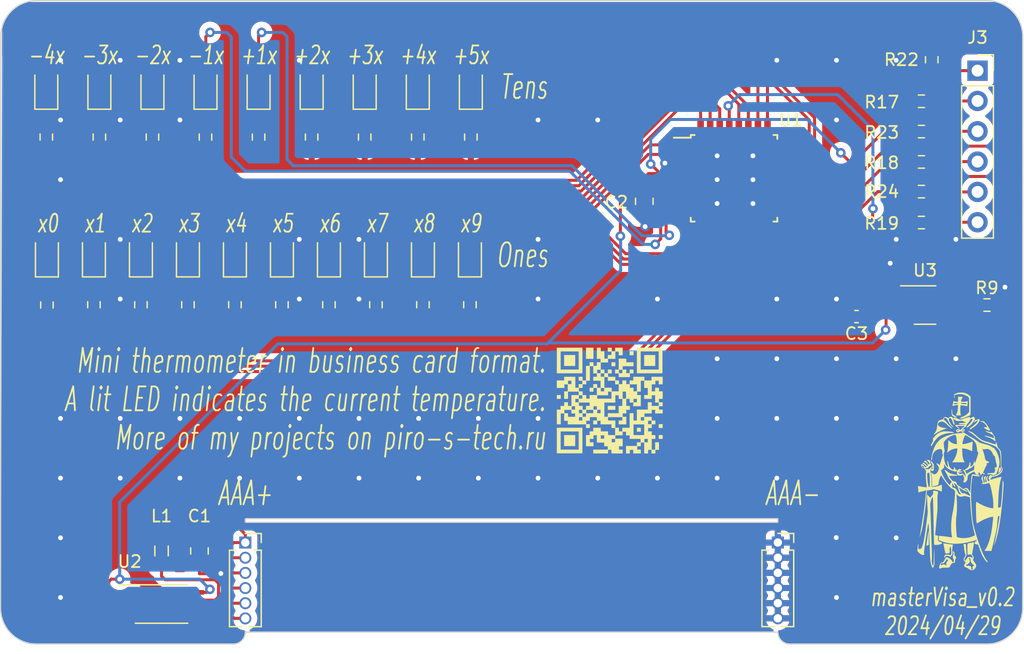
<source format=kicad_pcb>
(kicad_pcb (version 20240108) (generator "pcbnew") (generator_version "8.0")
  (title_block (title "masterVisa") (date "2024-04-29") (rev "v0.2") (company "piro.tex"))
  (layers (0 "F.Cu" signal) (31 "B.Cu" signal) (34 "B.Paste" user) (35 "F.Paste" user) (36 "B.SilkS" user "B.Silkscreen") (37 "F.SilkS" user "F.Silkscreen") (38 "B.Mask" user) (39 "F.Mask" user) (44 "Edge.Cuts" user))
  (net 0 "")
  (net 1 "Net-(C1-Pad1)")
  (net 2 "GND")
  (net 3 "+3V3")
  (net 4 "Net-(D1-Pad1)")
  (net 5 "/temp_-40")
  (net 6 "Net-(D2-Pad1)")
  (net 7 "/temp_0")
  (net 8 "Net-(D3-Pad1)")
  (net 9 "/temp_1")
  (net 10 "Net-(D4-Pad1)")
  (net 11 "/temp_-30")
  (net 12 "Net-(D5-Pad1)")
  (net 13 "/temp_2")
  (net 14 "Net-(D6-Pad1)")
  (net 15 "/temp_-20")
  (net 16 "Net-(D7-Pad1)")
  (net 17 "/temp_3")
  (net 18 "Net-(D8-Pad1)")
  (net 19 "/temp_-10")
  (net 20 "Net-(D9-Pad1)")
  (net 21 "/temp_4")
  (net 22 "Net-(D10-Pad1)")
  (net 23 "/temp_10")
  (net 24 "Net-(D11-Pad1)")
  (net 25 "/temp_5")
  (net 26 "Net-(D12-Pad1)")
  (net 27 "/temp_20")
  (net 28 "Net-(D13-Pad1)")
  (net 29 "/temp_6")
  (net 30 "Net-(D14-Pad1)")
  (net 31 "/temp_30")
  (net 32 "Net-(D15-Pad1)")
  (net 33 "/temp_7")
  (net 34 "Net-(D16-Pad1)")
  (net 35 "/temp_40")
  (net 36 "Net-(D17-Pad1)")
  (net 37 "/temp_8")
  (net 38 "Net-(D18-Pad1)")
  (net 39 "/temp_50")
  (net 40 "Net-(D19-Pad1)")
  (net 41 "/temp_9")
  (net 42 "Net-(J3-Pad1)")
  (net 43 "Net-(J3-Pad2)")
  (net 44 "Net-(J3-Pad3)")
  (net 45 "Net-(J3-Pad4)")
  (net 46 "Net-(J3-Pad5)")
  (net 47 "Net-(J3-Pad6)")
  (net 48 "Net-(L1-Pad2)")
  (net 49 "Net-(R9-Pad1)")
  (net 50 "/MISO")
  (net 51 "/RESET")
  (net 52 "/SCK")
  (net 53 "/MOSI")
  (footprint "Resistor_SMD:R_0603_1608Metric_Pad0.98x0.95mm_HandSolder" (layer "F.Cu") (at 112.6718 105.4762 -90)
    (property "Reference" "R7" (hide yes))
    (property "Value" "300")
  )
  (footprint "Resistor_SMD:R_0603_1608Metric_Pad0.98x0.95mm_HandSolder" (layer "F.Cu") (at 109.7 91.43 -90)
    (property "Reference" "R6" (hide yes))
    (property "Value" "300")
  )
  (footprint "LED_SMD:LED_0805_2012Metric_Pad1.15x1.40mm_HandSolder" (layer "F.Cu") (at 118.59 87.239 90)
    (property "Reference" "D10" (hide yes))
    (property "Value" "GREEN")
  )
  (footprint "LED_SMD:LED_0805_2012Metric_Pad1.15x1.40mm_HandSolder" (layer "F.Cu") (at 104.7978 101.2852 90)
    (property "Reference" "D3" (hide yes))
    (property "Value" "YEL")
  )
  (footprint "Inductor_SMD:L_0805_2012Metric_Pad1.05x1.20mm_HandSolder" (layer "F.Cu") (at 110.462 126.101 -90)
    (property "Reference" "L1")
    (property "Value" "10uH")
  )
  (footprint "Resistor_SMD:R_0603_1608Metric_Pad0.98x0.95mm_HandSolder" (layer "F.Cu") (at 179.6008 105.5016)
    (property "Reference" "R9")
    (property "Value" "0R")
  )
  (footprint "Resistor_SMD:R_0603_1608Metric_Pad0.98x0.95mm_HandSolder" (layer "F.Cu") (at 120.5458 105.4762 -90)
    (property "Reference" "R12" (hide yes))
    (property "Value" "300")
  )
  (footprint "Resistor_SMD:R_0603_1608Metric_Pad0.98x0.95mm_HandSolder" (layer "F.Cu") (at 136.2938 105.4762 -90)
    (property "Reference" "R26" (hide yes))
    (property "Value" "300")
  )
  (footprint "LED_SMD:LED_0805_2012Metric_Pad1.15x1.40mm_HandSolder" (layer "F.Cu") (at 116.6088 101.2852 90)
    (property "Reference" "D9" (hide yes))
    (property "Value" "YEL")
  )
  (footprint "Package_TO_SOT_SMD:SOT-23-6_Handsoldering" (layer "F.Cu") (at 174.4192 105.5016)
    (property "Reference" "U3")
    (property "Value" "ADT7301")
  )
  (footprint "LED_SMD:LED_0805_2012Metric_Pad1.15x1.40mm_HandSolder" (layer "F.Cu") (at 105.255 87.239 90)
    (property "Reference" "D4" (hide yes))
    (property "Value" "BLUE")
  )
  (footprint "LOGO" (layer "F.Cu") (at 177.391 120.259)
    (property "Reference" "G***" (hide yes))
    (property "Value" "LOGO" (hide yes))
  )
  (footprint "Connector_PinSocket_1.27mm:PinSocket_1x06_P1.27mm_Vertical" (layer "F.Cu") (at 117.48 125.4)
    (property "Reference" "J1" (hide yes))
    (property "Value" "AAA+")
  )
  (footprint "Resistor_SMD:R_0603_1608Metric_Pad0.98x0.95mm_HandSolder" (layer "F.Cu") (at 100.81 91.43 -90)
    (property "Reference" "R1" (hide yes))
    (property "Value" "300")
  )
  (footprint "Resistor_SMD:R_0603_1608Metric_Pad0.98x0.95mm_HandSolder" (layer "F.Cu") (at 131.925 91.43 -90)
    (property "Reference" "R20" (hide yes))
    (property "Value" "300")
  )
  (footprint "Capacitor_SMD:C_0603_1608Metric_Pad1.08x0.95mm_HandSolder" (layer "F.Cu") (at 168.6788 106.4668 180)
    (property "Reference" "C3")
    (property "Value" "100n")
  )
  (footprint "Resistor_SMD:R_0603_1608Metric_Pad0.98x0.95mm_HandSolder" (layer "F.Cu") (at 105.255 91.43 -90)
    (property "Reference" "R4" (hide yes))
    (property "Value" "300")
  )
  (footprint "Resistor_SMD:R_0603_1608Metric_Pad0.98x0.95mm_HandSolder" (layer "F.Cu") (at 174.1144 93.5128)
    (property "Reference" "R18")
    (property "Value" "10R")
  )
  (footprint "LED_SMD:LED_0805_2012Metric_Pad1.15x1.40mm_HandSolder" (layer "F.Cu") (at 131.925 87.239 90)
    (property "Reference" "D16" (hide yes))
    (property "Value" "RED")
  )
  (footprint "LED_SMD:LED_0805_2012Metric_Pad1.15x1.40mm_HandSolder" (layer "F.Cu") (at 108.7348 101.2852 90)
    (property "Reference" "D5" (hide yes))
    (property "Value" "YEL")
  )
  (footprint "Resistor_SMD:R_0603_1608Metric_Pad0.98x0.95mm_HandSolder" (layer "F.Cu") (at 124.4828 105.4762 -90)
    (property "Reference" "R14" (hide yes))
    (property "Value" "300")
  )
  (footprint "LED_SMD:LED_0805_2012Metric_Pad1.15x1.40mm_HandSolder" (layer "F.Cu") (at 100.8608 101.2852 90)
    (property "Reference" "D2" (hide yes))
    (property "Value" "YEL")
  )
  (footprint "LED_SMD:LED_0805_2012Metric_Pad1.15x1.40mm_HandSolder" (layer "F.Cu") (at 127.48 87.239 90)
    (property "Reference" "D14" (hide yes))
    (property "Value" "RED")
  )
  (footprint "LED_SMD:LED_0805_2012Metric_Pad1.15x1.40mm_HandSolder" (layer "F.Cu") (at 114.145 87.239 90)
    (property "Reference" "D8" (hide yes))
    (property "Value" "BLUE")
  )
  (footprint "LED_SMD:LED_0805_2012Metric_Pad1.15x1.40mm_HandSolder" (layer "F.Cu") (at 136.37 87.239 90)
    (property "Reference" "D18" (hide yes))
    (property "Value" "RED")
  )
  (footprint "Connector_PinSocket_1.27mm:PinSocket_1x06_P1.27mm_Vertical" (layer "F.Cu") (at 162.085 125.395)
    (property "Reference" "J2" (hide yes))
    (property "Value" "AAA-")
  )
  (footprint "Capacitor_SMD:C_0805_2012Metric_Pad1.18x1.45mm_HandSolder" (layer "F.Cu") (at 113.637 126.101 -90)
    (property "Reference" "C1")
    (property "Value" "10uF")
  )
  (footprint "Package_SO:TSSOP-8_4.4x3mm_P0.65mm" (layer "F.Cu") (at 110.462 130.546)
    (property "Reference" "U2")
    (property "Value" "L6920")
  )
  (footprint "mine:qr_code" (layer "F.Cu") (at 148 113.5)
    (property "Reference" "G***" (hide yes))
    (property "Value" "LOGO" (hide yes))
  )
  (footprint "Resistor_SMD:R_0603_1608Metric_Pad0.98x0.95mm_HandSolder" (layer "F.Cu") (at 118.59 91.43 -90)
    (property "Reference" "R11" (hide yes))
    (property "Value" "300")
  )
  (footprint "Resistor_SMD:R_0603_1608Metric_Pad0.98x0.95mm_HandSolder" (layer "F.Cu") (at 104.7978 105.4762 -90)
    (property "Reference" "R3" (hide yes))
    (property "Value" "300")
  )
  (footprint "Resistor_SMD:R_0603_1608Metric_Pad0.98x0.95mm_HandSolder" (layer "F.Cu") (at 108.7348 105.4762 -90)
    (property "Reference" "R5" (hide yes))
    (property "Value" "300")
  )
  (footprint "Resistor_SMD:R_0603_1608Metric_Pad0.98x0.95mm_HandSolder" (layer "F.Cu") (at 174.1144 90.9728)
    (property "Reference" "R23")
    (property "Value" "1R8")
  )
  (footprint "LED_SMD:LED_0805_2012Metric_Pad1.15x1.40mm_HandSolder" (layer "F.Cu") (at 124.4828 101.2852 90)
    (property "Reference" "D13" (hide yes))
    (property "Value" "YEL")
  )
  (footprint "Resistor_SMD:R_0603_1608Metric_Pad0.98x0.95mm_HandSolder" (layer "F.Cu") (at 136.37 91.43 -90)
    (property "Reference" "R25" (hide yes))
    (property "Value" "300")
  )
  (footprint "LED_SMD:LED_0805_2012Metric_Pad1.15x1.40mm_HandSolder" (layer "F.Cu") (at 112.6718 101.2852 90)
    (property "Reference" "D7" (hide yes))
    (property "Value" "YEL")
  )
  (footprint "Connector_PinSocket_2.54mm:PinSocket_1x06_P2.54mm_Vertical" (layer "F.Cu") (at 178.813 85.867)
    (property "Reference" "J3")
    (property "Value" "USBAsp")
  )
  (footprint "Resistor_SMD:R_0603_1608Metric_Pad0.98x0.95mm_HandSolder" (layer "F.Cu") (at 100.8608 105.4997 -90)
    (property "Reference" "R2" (hide yes))
    (property "Value" "300")
  )
  (footprint "Resistor_SMD:R_0603_1608Metric_Pad0.98x0.95mm_HandSolder" (layer "F.Cu") (at 174.1144 98.5928)
    (property "Reference" "R19")
    (property "Value" "10R")
  )
  (footprint "LED_SMD:LED_0805_2012Metric_Pad1.15x1.40mm_HandSolder" (layer "F.Cu") (at 120.5458 101.2852 90)
    (property "Reference" "D11" (hide yes))
    (property "Value" "YEL")
  )
  (footprint "Resistor_SMD:R_0603_1608Metric_Pad0.98x0.95mm_HandSolder" (layer "F.Cu") (at 132.3568 105.4762 -90)
    (property "Reference" "R21" (hide yes))
    (property "Value" "300")
  )
  (footprint "Resistor_SMD:R_0603_1608Metric_Pad0.98x0.95mm_HandSolder" (layer "F.Cu") (at 116.6088 105.4762 -90)
    (property "Reference" "R10" (hide yes))
    (property "Value" "300")
  )
  (footprint "LED_SMD:LED_0805_2012Metric_Pad1.15x1.40mm_HandSolder" (layer "F.Cu") (at 136.2938 101.2852 90)
    (property "Reference" "D19" (hide yes))
    (property "Value" "YEL")
  )
  (footprint "Resistor_SMD:R_0603_1608Metric_Pad0.98x0.95mm_HandSolder" (layer "F.Cu") (at 174.1144 96.002)
    (property "Reference" "R24")
    (property "Value" "10R")
  )
  (footprint "Resistor_SMD:R_0603_1608Metric_Pad0.98x0.95mm_HandSolder" (layer "F.Cu") (at 174.978 84.953 -90)
    (property "Reference" "R22")
    (property "Value" "1R8")
  )
  (footprint "LED_SMD:LED_0805_2012Metric_Pad1.15x1.40mm_HandSolder" (layer "F.Cu") (at 128.4198 101.2852 90)
    (property "Reference" "D15" (hide yes))
    (property "Value" "YEL")
  )
  (footprint "Resistor_SMD:R_0603_1608Metric_Pad0.98x0.95mm_HandSolder" (layer "F.Cu") (at 123.035 91.43 -90)
    (property "Reference" "R13" (hide yes))
    (property "Value" "300")
  )
  (footprint "LED_SMD:LED_0805_2012Metric_Pad1.15x1.40mm_HandSolder" (layer "F.Cu") (at 100.81 87.239 90)
    (property "Reference" "D1" (hide yes))
    (property "Value" "BLUE")
  )
  (footprint "LED_SMD:LED_0805_2012Metric_Pad1.15x1.40mm_HandSolder" (layer "F.Cu") (at 109.7 87.239 90)
    (property "Reference" "D6" (hide yes))
    (property "Value" "BLUE")
  )
  (footprint "LED_SMD:LED_0805_2012Metric_Pad1.15x1.40mm_HandSolder" (layer "F.Cu") (at 123.035 87.239 90)
    (property "Reference" "D12" (hide yes))
    (property "Value" "GREEN")
  )
  (footprint "Resistor_SMD:R_0603_1608Metric_Pad0.98x0.95mm_HandSolder" (layer "F.Cu") (at 114.145 91.43 -90)
    (property "Reference" "R8" (hide yes))
    (property "Value" "300")
  )
  (footprint "LED_SMD:LED_0805_2012Metric_Pad1.15x1.40mm_HandSolder" (layer "F.Cu") (at 132.3568 101.2852 90)
    (property "Reference" "D17" (hide yes))
    (property "Value" "YEL")
  )
  (footprint "Resistor_SMD:R_0603_1608Metric_Pad0.98x0.95mm_HandSolder" (layer "F.Cu") (at 174.1144 88.4328)
    (property "Reference" "R17")
    (property "Value" "10R")
  )
  (footprint "Resistor_SMD:R_0603_1608Metric_Pad0.98x0.95mm_HandSolder" (layer "F.Cu") (at 127.48 91.43 -90)
    (property "Reference" "R15" (hide yes))
    (property "Value" "300")
  )
  (footprint "Resistor_SMD:R_0603_1608Metric_Pad0.98x0.95mm_HandSolder" (layer "F.Cu") (at 128.4198 105.4762 -90)
    (property "Reference" "R16" (hide yes))
    (property "Value" "300")
  )
  (footprint "Capacitor_SMD:C_0805_2012Metric_Pad1.18x1.45mm_HandSolder" (layer "F.Cu") (at 150.8988 96.8148 -90)
    (property "Reference" "C2")
    (property "Value" "10uF")
  )
  (footprint "Package_QFP:TQFP-32_7x7mm_P0.8mm" (layer "F.Cu") (at 158.4172 94.8844)
    (property "Reference" "U1")
    (property "Value" "ATmega48-20A")
  )
  (gr_line (start 99.98 133.9) (end 116.48 133.9) (stroke (width 0.1)) (layer "Edge.Cuts"))
  (gr_line (start 96.98 130.9) (end 97 83) (stroke (width 0.1)) (layer "Edge.Cuts"))
  (gr_arc (start 163.09 133.9) (mid 162.382893 133.607107) (end 162.09 132.9) (stroke (width 0.1)) (layer "Edge.Cuts"))
  (gr_line (start 117.48 132.9) (end 162.09 132.9) (stroke (width 0.1)) (layer "Edge.Cuts"))
  (gr_rect (start 117.48 123.4) (end 162.08 123.7) (stroke (width 0.1)) (fill none) (layer "Edge.Cuts"))
  (gr_line (start 163.09 133.9) (end 179.59 133.9) (stroke (width 0.1)) (layer "Edge.Cuts"))
  (gr_line (start 100 80) (end 179.6 80) (stroke (width 0.1)) (layer "Edge.Cuts"))
  (gr_arc (start 117.48 132.9) (mid 117.187107 133.607107) (end 116.48 133.9) (stroke (width 0.1)) (layer "Edge.Cuts"))
  (gr_arc (start 97 83) (mid 97.87868 80.87868) (end 100 80) (stroke (width 0.1)) (layer "Edge.Cuts"))
  (gr_arc (start 179.6 80) (mid 181.72132 80.87868) (end 182.6 83) (stroke (width 0.1)) (layer "Edge.Cuts"))
  (gr_arc (start 182.59 130.9) (mid 181.71132 133.02132) (end 179.59 133.9) (stroke (width 0.1)) (layer "Edge.Cuts"))
  (gr_arc (start 99.98 133.9) (mid 97.85868 133.02132) (end 96.98 130.9) (stroke (width 0.1)) (layer "Edge.Cuts"))
  (gr_line (start 182.6 83) (end 182.59 130.9) (stroke (width 0.1)) (layer "Edge.Cuts"))
  (gr_text "Tens" (at 140.815 87.239 0) (layer "F.SilkS") (effects (font (size 2 1.2) (thickness 0.15) (italic yes))))
  (gr_text "x8" (at 132.433 98.669 0) (layer "F.SilkS") (effects (font (size 1.5 1) (thickness 0.15) (italic yes))))
  (gr_text "x0" (at 100.937 98.669 0) (layer "F.SilkS") (effects (font (size 1.5 1) (thickness 0.15) (italic yes))))
  (gr_text "-2x" (at 109.7 84.572 0) (layer "F.SilkS") (effects (font (size 1.5 1) (thickness 0.15) (italic yes))))
  (gr_text "-3x" (at 105.255 84.572 0) (layer "F.SilkS") (effects (font (size 1.5 1) (thickness 0.15) (italic yes))))
  (gr_text "AAA+" (at 117.447 121.275 0) (layer "F.SilkS") (effects (font (size 2 1.2) (thickness 0.15) (italic yes))))
  (gr_text "x7" (at 128.496 98.669 0) (layer "F.SilkS") (effects (font (size 1.5 1) (thickness 0.15) (italic yes))))
  (gr_text "AAA-" (at 163.294 121.275 0) (layer "F.SilkS") (effects (font (size 2 1.2) (thickness 0.15) (italic yes))))
  (gr_text "+1x" (at 118.59 84.572 0) (layer "F.SilkS") (effects (font (size 1.5 1) (thickness 0.15) (italic yes))))
  (gr_text "x6" (at 124.559 98.669 0) (layer "F.SilkS") (effects (font (size 1.5 1) (thickness 0.15) (italic yes))))
  (gr_text "+2x" (at 123.035 84.572 0) (layer "F.SilkS") (effects (font (size 1.5 1) (thickness 0.15) (italic yes))))
  (gr_text "-1x" (at 114.145 84.572 0) (layer "F.SilkS") (effects (font (size 1.5 1) (thickness 0.15) (italic yes))))
  (gr_text "x4" (at 116.685 98.669 0) (layer "F.SilkS") (effects (font (size 1.5 1) (thickness 0.15) (italic yes))))
  (gr_text "+3x" (at 127.48 84.572 0) (layer "F.SilkS") (effects (font (size 1.5 1) (thickness 0.15) (italic yes))))
  (gr_text "x9" (at 136.37 98.669 0) (layer "F.SilkS") (effects (font (size 1.5 1) (thickness 0.15) (italic yes))))
  (gr_text "x2" (at 108.811 98.669 0) (layer "F.SilkS") (effects (font (size 1.5 1) (thickness 0.15) (italic yes))))
  (gr_text "masterVisa_v0.2\n2024/04/29" (at 175.867 131.181 0) (layer "F.SilkS") (effects (font (size 1.5 1) (thickness 0.15) (italic yes))))
  (gr_text "+4x" (at 131.925 84.572 0) (layer "F.SilkS") (effects (font (size 1.5 1) (thickness 0.15) (italic yes))))
  (gr_text "x3" (at 112.748 98.669 0) (layer "F.SilkS") (effects (font (size 1.5 1) (thickness 0.15) (italic yes))))
  (gr_text "x1" (at 104.874 98.669 0) (layer "F.SilkS") (effects (font (size 1.5 1) (thickness 0.15) (italic yes))))
  (gr_text "Ones" (at 140.688 101.336 0) (layer "F.SilkS") (effects (font (size 2 1.2) (thickness 0.15) (italic yes))))
  (gr_text "+5x" (at 136.37 84.572 0) (layer "F.SilkS") (effects (font (size 1.5 1) (thickness 0.15) (italic yes))))
  (gr_text "-4x" (at 100.81 84.572 0) (layer "F.SilkS") (effects (font (size 1.5 1) (thickness 0.15) (italic yes))))
  (gr_text "Mini thermometer in business card format.\nA lit LED indicates the current temperature.\nMore of my projects on piro-s-tech.ru" (at 142.75 113.401 0) (layer "F.SilkS") (effects (font (size 2 1.2) (thickness 0.15) (italic yes)) (justify right)))
  (gr_text "x5" (at 120.622 98.669 0) (layer "F.SilkS") (effects (font (size 1.5 1) (thickness 0.15) (italic yes))))
  (segment (start 110.97 123.5864) (end 110.462 124.0944) (width 0.25) (layer "F.Cu") (net 1))
  (segment (start 113.8656 123.5864) (end 113.8656 124.8349) (width 0.25) (layer "F.Cu") (net 1))
  (segment (start 116.37 126.67) (end 116.3548 126.6852) (width 0.25) (layer "F.Cu") (net 1))
  (segment (start 116.3548 130.546) (end 116.3548 131.562) (width 0.25) (layer "F.Cu") (net 1))
  (segment (start 116.3548 123.5864) (end 113.8656 123.5864) (width 0.25) (layer "F.Cu") (net 1))
  (segment (start 116.492 127.94) (end 116.3548 127.8028) (width 0.25) (layer "F.Cu") (net 1))
  (segment (start 113.8656 124.8349) (end 113.637 125.0635) (width 0.25) (layer "F.Cu") (net 1))
  (segment (start 117.48 125.4) (end 117.48 124.7116) (width 0.25) (layer "F.Cu") (net 1))
  (segment (start 116.37 129.21) (end 116.3548 129.2252) (width 0.25) (layer "F.Cu") (net 1))
  (segment (start 117.48 125.4) (end 116.5224 125.4) (width 0.25) (layer "F.Cu") (net 1))
  (segment (start 117.48 129.21) (end 116.37 129.21) (width 0.25) (layer "F.Cu") (net 1))
  (segment (start 116.3548 125.5676) (end 116.3548 126.6852) (width 0.25) (layer "F.Cu") (net 1))
  (segment (start 117.48 126.67) (end 116.37 126.67) (width 0.25) (layer "F.Cu") (net 1))
  (segment (start 116.5224 125.4) (end 116.3548 125.5676) (width 0.25) (layer "F.Cu") (net 1))
  (segment (start 117.48 124.7116) (end 116.3548 123.5864) (width 0.25) (layer "F.Cu") (net 1))
  (segment (start 116.4208 130.48) (end 116.3548 130.546) (width 0.25) (layer "F.Cu") (net 1))
  (segment (start 117.48 127.94) (end 116.492 127.94) (width 0.25) (layer "F.Cu") (net 1))
  (segment (start 116.3548 129.2252) (end 116.3548 130.546) (width 0.25) (layer "F.Cu") (net 1))
  (segment (start 113.8656 123.5864) (end 110.97 123.5864) (width 0.25) (layer "F.Cu") (net 1))
  (segment (start 110.462 124.0944) (end 110.462 124.951) (width 0.25) (layer "F.Cu") (net 1))
  (segment (start 116.3548 126.6852) (end 116.3548 127.8028) (width 0.25) (layer "F.Cu") (net 1))
  (segment (start 116.3548 127.8028) (end 116.3548 129.2252) (width 0.25) (layer "F.Cu") (net 1))
  (segment (start 116.5428 131.75) (end 117.48 131.75) (width 0.25) (layer "F.Cu") (net 1))
  (segment (start 117.48 130.48) (end 116.4208 130.48) (width 0.25) (layer "F.Cu") (net 1))
  (segment (start 116.3548 131.562) (end 116.5428 131.75) (width 0.25) (layer "F.Cu") (net 1))
  (segment (start 108.7348 107.2542) (end 108.684 107.305) (width 0.25) (layer "F.Cu") (net 2))
  (segment (start 132.306 107.432) (end 132.3568 107.3812) (width 0.25) (layer "F.Cu") (net 2))
  (segment (start 162.6672 94.4844) (end 164.1766 94.4844) (width 0.25) (layer "F.Cu") (net 2))
  (segment (start 104.7978 106.9748) (end 104.874 107.051) (width 0.25) (layer "F.Cu") (net 2))
  (segment (start 154.1672 95.2844) (end 156.7156 95.2844) (width 0.25) (layer "F.Cu") (net 2))
  (segment (start 136.2938 106.3887) (end 136.2938 107.3812) (width 0.25) (layer "F.Cu") (net 2))
  (segment (start 114.851 130.871) (end 114.907 130.927) (width 0.25) (layer "F.Cu") (net 2))
  (segment (start 127.48 92.3425) (end 127.48 92.954) (width 0.25) (layer "F.Cu") (net 2))
  (segment (start 181.1115 105.3625) (end 181.1115 104.003) (width 0.25) (layer "F.Cu") (net 2))
  (segment (start 114.145 92.3425) (end 114.145 93.081) (width 0.25) (layer "F.Cu") (net 2))
  (segment (start 150.8988 97.8523) (end 150.8988 98.862884) (width 0.25) (layer "F.Cu") (net 2))
  (segment (start 109.7 92.3425) (end 109.7 92.954) (width 0.25) (layer "F.Cu") (net 2))
  (segment (start 100.81 92.3425) (end 100.81 92.954) (width 0.25) (layer "F.Cu") (net 2))
  (segment (start 128.4198 107.3812) (end 128.369 107.432) (width 0.25) (layer "F.Cu") (net 2))
  (segment (start 156.7156 95.2844) (end 157 95) (width 0.25) (layer "F.Cu") (net 2))
  (segment (start 124.4828 107.2288) (end 124.559 107.305) (width 0.25) (layer "F.Cu") (net 2))
  (segment (start 116.6088 106.3887) (end 116.6088 107.1018) (width 0.25) (layer "F.Cu") (net 2))
  (segment (start 136.37 92.3425) (end 136.37 93.208) (width 0.25) (layer "F.Cu") (net 2))
  (segment (start 115.414136 128.006) (end 115.431399 127.988737) (width 0.25) (layer "F.Cu") (net 2))
  (segment (start 104.7978 106.3887) (end 104.7978 106.9748) (width 0.25) (layer "F.Cu") (net 2))
  (segment (start 136.2938 107.3812) (end 136.243 107.432) (width 0.25) (layer "F.Cu") (net 2))
  (segment (start 108.7348 106.3887) (end 108.7348 107.2542) (width 0.25) (layer "F.Cu") (net 2))
  (segment (start 167.8163 106.4668) (end 166.9262 106.4668) (width 0.25) (layer "F.Cu") (net 2))
  (segment (start 180.5133 105.5016) (end 180.9216 105.5016) (width 0.25) (layer "F.Cu") (net 2))
  (segment (start 152.696 93.6844) (end 152.626 93.6144) (width 0.25) (layer "F.Cu") (net 2))
  (segment (start 180.9216 105.5016) (end 180.947 105.527) (width 0.25) (layer "F.Cu") (net 2))
  (segment (start 164.183 94.478) (end 164.1766 94.4844) (width 0.25) (layer "F.Cu") (net 2))
  (segment (start 154.1672 93.6844) (end 152.696 93.6844) (width 0.25) (layer "F.Cu") (net 2))
  (segment (start 131.925 92.3425) (end 131.925 93.208) (width 0.25) (layer "F.Cu") (net 2))
  (segment (start 124.4828 106.3887) (end 124.4828 107.2288) (width 0.25) (layer "F.Cu") (net 2))
  (segment (start 180.947 105.527) (end 181.1115 105.3625) (width 0.25) (layer "F.Cu") (net 2))
  (segment (start 105.255 92.3425) (end 105.255 93.081) (width 0.25) (layer "F.Cu") (net 2))
  (segment (start 113.637 128.006) (end 115.414136 128.006) (width 0.25) (layer "F.Cu") (net 2))
  (segment (start 128.4198 106.3887) (end 128.4198 107.3812) (width 0.25) (layer "F.Cu") (net 2))
  (segment (start 100.8608 107.1272) (end 100.81 107.178) (width 0.25) (layer "F.Cu") (net 2))
  (segment (start 123.035 92.3425) (end 123.035 93.081) (width 0.25) (layer "F.Cu") (net 2))
  (segment (start 113.3245 130.871) (end 114.851 130.871) (width 0.25) (layer "F.Cu") (net 2))
  (segment (start 120.5458 107.1018) (end 120.622 107.178) (width 0.25) (layer "F.Cu") (net 2))
  (segment (start 116.6088 107.1018) (end 116.685 107.178) (width 0.25) (layer "F.Cu") (net 2))
  (segment (start 132.3568 106.3887) (end 132.3568 107.3812) (width 0.25) (layer "F.Cu") (net 2))
  (segment (start 118.59 92.3425) (end 118.59 92.954) (width 0.25) (layer "F.Cu") (net 2))
  (segment (start 166.9262 106.4668) (end 166.85 106.543) (width 0.25) (layer "F.Cu") (net 2))
  (segment (start 171.5 102) (end 172.5 102) (width 0.25) (layer "F.Cu") (net 2))
  (segment (start 173.0692 102.5692) (end 173.0692 104.5516) (width 0.25) (layer "F.Cu") (net 2))
  (segment (start 112.6718 107.1018) (end 112.748 107.178) (width 0.25) (layer "F.Cu") (net 2))
  (segment (start 150.8988 98.862884) (end 150.966958 98.931042) (width 0.25) (layer "F.Cu") (net 2))
  (segment (start 100.8608 106.4122) (end 100.8608 107.1272) (width 0.25) (layer "F.Cu") (net 2))
  (segment (start 112.6718 106.3887) (end 112.6718 107.1018) (width 0.25) (layer "F.Cu") (net 2))
  (segment (start 113.637 127.1385) (end 113.637 128.006) (width 0.25) (layer "F.Cu") (net 2))
  (segment (start 120.5458 106.3887) (end 120.5458 107.1018) (width 0.25) (layer "F.Cu") (net 2))
  (segment (start 172.5 102) (end 173.0692 102.5692) (width 0.25) (layer "F.Cu") (net 2))
  (via (at 167 90) (size 0.8) (drill 0.4) (layers "F.Cu" "B.Cu") (net 2))
  (via (at 132 120) (size 0.8) (drill 0.4) (layers "F.Cu" "B.Cu") (net 2))
  (via (at 137 120) (size 0.8) (drill 0.4) (layers "F.Cu" "B.Cu") (net 2))
  (via (at 167 115) (size 0.8) (drill 0.4) (layers "F.Cu" "B.Cu") (net 2))
  (via (at 167 105) (size 0.8) (drill 0.4) (layers "F.Cu" "B.Cu") (net 2))
  (via (at 152.626 93.6144) (size 0.8) (drill 0.4) (layers "F.Cu" "B.Cu") (net 2))
  (via (at 167 130) (size 0.8) (drill 0.4) (layers "F.Cu" "B.Cu") (net 2))
  (via (at 157 93) (size 0.8) (drill 0.4) (layers "F.Cu" "B.Cu") (net 2))
  (via (at 142 120) (size 0.8) (drill 0.4) (layers "F.Cu" "B.Cu") (net 2))
  (via (at 107 115) (size 0.8) (drill 0.4) (layers "F.Cu" "B.Cu") (net 2))
  (via (at 102 95) (size 0.8) (drill 0.4) (layers "F.Cu" "B.Cu") (net 2))
  (via (at 102 130) (size 0.8) (drill 0.4) (layers "F.Cu" "B.Cu") (net 2))
  (via (at 172 100) (size 0.8) (drill 0.4) (layers "F.Cu" "B.Cu") (net 2))
  (via (at 122 85) (size 0.8) (drill 0.4) (layers "F.Cu" "B.Cu") (net 2))
  (via (at 102 90) (size 0.8) (drill 0.4) (layers "F.Cu" "B.Cu") (net 2))
  (via (at 142 100) (size 0.8) (drill 0.4) (layers "F.Cu" "B.Cu") (net 2))
  (via (at 171.5 102) (size 0.8) (drill 0.4) (layers "F.Cu" "B.Cu") (net 2))
  (via (at 127 120) (size 0.8) (drill 0.4) (layers "F.Cu" "B.Cu") (net 2))
  (via (at 152 105) (size 0.8) (drill 0.4) (layers "F.Cu" "B.Cu") (net 2))
  (via (at 127 115) (size 0.8) (drill 0.4) (layers "F.Cu" "B.Cu") (net 2))
  (via (at 107 120) (size 0.8) (drill 0.4) (layers "F.Cu" "B.Cu") (net 2))
  (via (at 160 97) (size 0.8) (drill 0.4) (layers "F.Cu" "B.Cu") (net 2))
  (via (at 157 115) (size 0.8) (drill 0.4) (layers "F.Cu" "B.Cu") (net 2))
  (via (at 102 115) (size 0.8) (drill 0.4) (layers "F.Cu" "B.Cu") (net 2))
  (via (at 177 100) (size 0.8) (drill 0.4) (layers "F.Cu" "B.Cu") (net 2))
  (via (at 157 120) (size 0.8) (drill 0.4) (layers "F.Cu" "B.Cu") (net 2))
  (via (at 157 95) (size 0.8) (drill 0.4) (layers "F.Cu" "B.Cu") (net 2))
  (via (at 112 85) (size 0.8) (drill 0.4) (layers "F.Cu" "B.Cu") (net 2))
  (via (at 102 125) (size 0.8) (drill 0.4) (layers "F.Cu" "B.Cu") (net 2))
  (via (at 150.966958 98.931042) (size 0.8) (drill 0.4) (layers "F.Cu" "B.Cu") (net 2))
  (via (at 160 93) (size 0.8) (drill 0.4) (layers "F.Cu" "B.Cu") (net 2))
  (via (at 172 115) (size 0.8) (drill 0.4) (layers "F.Cu" "B.Cu") (net 2))
  (via (at 132 115) (size 0.8) (drill 0.4) (layers "F.Cu" "B.Cu") (net 2))
  (via (at 122 115) (size 0.8) (drill 0.4) (layers "F.Cu" "B.Cu") (net 2))
  (via (at 142 105) (size 0.8) (drill 0.4) (layers "F.Cu" "B.Cu") (net 2))
  (via (at 137 115) (size 0.8) (drill 0.4) (layers "F.Cu" "B.Cu") (net 2))
  (via (at 107 105) (size 0.8) (drill 0.4) (layers "F.Cu" "B.Cu") (net 2))
  (via (at 177 110) (size 0.8) (drill 0.4) (layers "F.Cu" "B.Cu") (net 2))
  (via (at 112 120) (size 0.8) (drill 0.4) (layers "F.Cu" "B.Cu") (net 2))
  (via (at 117 120) (size 0.8) (drill 0.4) (layers "F.Cu" "B.Cu") (net 2))
  (via (at 127 100) (size 0.8) (drill 0.4) (layers "F.Cu" "B.Cu") (net 2))
  (via (at 112 115) (size 0.8) (drill 0.4) (layers "F.Cu" "B.Cu") (net 2))
  (via (at 147 90) (size 0.8) (drill 0.4) (layers "F.Cu" "B.Cu") (net 2))
  (via (at 162 85) (size 0.8) (drill 0.4) (layers "F.Cu" "B.Cu") (net 2))
  (via (at 162 120) (size 0.8) (drill 0.4) (layers "F.Cu" "B.Cu") (net 2))
  (via (at 142 90) (size 0.8) (drill 0.4) (layers "F.Cu" "B.Cu") (net 2))
  (via (at 127 105) (size 0.8) (drill 0.4) (layers "F.Cu" "B.Cu") (net 2))
  (via (at 167 110) (size 0.8) (drill 0.4) (layers "F.Cu" "B.Cu") (net 2))
  (via (at 157 97) (size 0.8) (drill 0.4) (layers "F.Cu" "B.Cu") (net 2))
  (via (at 172 120) (size 0.8) (drill 0.4) (layers "F.Cu" "B.Cu") (net 2))
  (via (at 166.975496 124.979797) (size 0.8) (drill 0.4) (layers "F.Cu" "B.Cu") (net 2))
  (via (at 112 90) (size 0.8) (drill 0.4) (layers "F.Cu" "B.Cu") (net 2))
  (via (at 162 105) (size 0.8) (drill 0.4) (layers "F.Cu" "B.Cu") (net 2))
  (via (at 167 85) (size 0.8) (drill 0.4) (layers "F.Cu" "B.Cu") (net 2))
  (via (at 117 115) (size 0.8) (drill 0.4) (layers "F.Cu" "B.Cu") (net 2))
  (via (at 102 85) (size 0.8) (drill 0.4) (layers "F.Cu" "B.Cu") (net 2))
  (via (at 162 115) (size 0.8) (drill 0.4) (layers "F.Cu" "B.Cu") (net 2))
  (via (at 152 120) (size 0.8) (drill 0.4) (layers "F.Cu" "B.Cu") (net 2))
  (via (at 122 105) (size 0.8) (drill 0.4) (layers "F.Cu" "B.Cu") (net 2))
  (via (at 102 120) (size 0.8) (drill 0.4) (layers "F.Cu" "B.Cu") (net 2))
  (via (at 122 100) (size 0.8) (drill 0.4) (layers "F.Cu" "B.Cu") (net 2))
  (via (at 147 120) (size 0.8) (drill 0.4) (layers "F.Cu" "B.Cu") (net 2))
  (via (at 107 85) (size 0.8) (drill 0.4) (layers "F.Cu" "B.Cu") (net 2))
  (via (at 115.431399 127.988737) (size 0.8) (drill 0.4) (layers "F.Cu" "B.Cu") (net 2))
  (via (at 107 90) (size 0.8) (drill 0.4) (layers "F.Cu" "B.Cu") (net 2))
  (via (at 157 110) (size 0.8) (drill 0.4) (layers "F.Cu" "B.Cu") (net 2))
  (via (at 181.1115 104.003) (size 0.8) (drill 0.4) (layers "F.Cu" "B.Cu") (net 2))
  (via (at 107 100) (size 0.8) (drill 0.4) (layers "F.Cu" "B.Cu") (net 2))
  (via (at 142 115) (size 0.8) (drill 0.4) (layers "F.Cu" "B.Cu") (net 2))
  (via (at 167 120) (size 0.8) (drill 0.4) (layers "F.Cu" "B.Cu") (net 2))
  (via (at 172 125) (size 0.8) (drill 0.4) (layers "F.Cu" "B.Cu") (net 2))
  (via (at 172 110) (size 0.8) (drill 0.4) (layers "F.Cu" "B.Cu") (net 2))
  (via (at 162 110) (size 0.8) (drill 0.4) (layers "F.Cu" "B.Cu") (net 2))
  (via (at 160 95) (size 0.8) (drill 0.4) (layers "F.Cu" "B.Cu") (net 2))
  (via (at 172 85) (size 0.8) (drill 0.4) (layers "F.Cu" "B.Cu") (net 2))
  (via (at 122 120) (size 0.8) (drill 0.4) (layers "F.Cu" "B.Cu") (net 2))
  (segment (start 106.0424 129.3776) (end 106.0424 128.6664) (width 0.25) (layer "F.Cu") (net 3))
  (segment (start 168.2216 93.6144) (end 168.3232 93.6144) (width 0.25) (layer "F.Cu") (net 3))
  (segment (start 106.0424 128.6664) (end 106.2456 128.4632) (width 0.25) (layer "F.Cu") (net 3))
  (segment (start 171.168 89.0932) (end 171.8284 88.4328) (width 0.25) (layer "F.Cu") (net 3))
  (segment (start 148.896499 95.921501) (end 150.086 94.732) (width 0.25) (layer "F.Cu") (net 3))
  (segment (start 151.436499 93.694899) (end 152.226 94.4844) (width 0.25) (layer "F.Cu") (net 3))
  (segment (start 171.1528 107.5488) (end 171.1528 106.4516) (width 0.25) (layer "F.Cu") (net 3))
  (segment (start 114.257889 129.571) (end 114.5127 129.316189) (width 0.25) (layer "F.Cu") (net 3))
  (segment (start 171.8284 88.4328) (end 173.2019 88.4328) (width 0.25) (layer "F.Cu") (net 3))
  (segment (start 152.226 94.4844) (end 154.1672 94.4844) (width 0.25) (layer "F.Cu") (net 3))
  (segment (start 162.6672 96.8844) (end 165.0532 96.8844) (width 0.25) (layer "F.Cu") (net 3))
  (segment (start 148.896499 99.731501) (end 148.896499 95.921501) (width 0.25) (layer "F.Cu") (net 3))
  (segment (start 151.248 94.4844) (end 152.226 94.4844) (width 0.25) (layer "F.Cu") (net 3))
  (segment (start 113.3245 129.571) (end 114.257889 129.571) (width 0.25) (layer "F.Cu") (net 3))
  (segment (start 171.168 90.7696) (end 171.168 89.0932) (width 0.25) (layer "F.Cu") (net 3))
  (segment (start 150.8988 95.7773) (end 150.8988 94.8336) (width 0.25) (layer "F.Cu") (net 3))
  (segment (start 150.8988 94.8336) (end 151.248 94.4844) (width 0.25) (layer "F.Cu") (net 3))
  (segment (start 169.5565 106.4516) (end 171.1528 106.4516) (width 0.25) (layer "F.Cu") (net 3))
  (segment (start 168.3232 93.6144) (end 171.168 90.7696) (width 0.25) (layer "F.Cu") (net 3))
  (segment (start 106.2456 128.4632) (end 106.9568 128.4632) (width 0.25) (layer "F.Cu") (net 3))
  (segment (start 169.5413 106.4668) (end 169.5565 106.4516) (width 0.25) (layer "F.Cu") (net 3))
  (segment (start 150.086 94.732) (end 150.7972 94.732) (width 0.25) (layer "F.Cu") (net 3))
  (segment (start 171.1528 106.4516) (end 173.0692 106.4516) (width 0.25) (layer "F.Cu") (net 3))
  (segment (start 154.1672 96.0844) (end 152.7592 96.0844) (width 0.25) (layer "F.Cu") (net 3))
  (segment (start 152.7592 96.0844) (end 152.118 95.4432) (width 0.25) (layer "F.Cu") (net 3))
  (segment (start 106.2358 129.571) (end 106.0424 129.3776) (width 0.25) (layer "F.Cu") (net 3))
  (segment (start 150.7972 94.732) (end 150.8988 94.8336) (width 0.25) (layer "F.Cu") (net 3))
  (segment (start 167.358 92.7508) (end 168.2216 93.6144) (width 0.25) (layer "F.Cu") (net 3))
  (segment (start 152.118 95.4432) (end 152.118 94.5924) (width 0.25) (layer "F.Cu") (net 3))
  (segment (start 152.118 94.5924) (end 152.226 94.4844) (width 0.25) (layer "F.Cu") (net 3))
  (segment (start 171.1172 107.5844) (end 171.1528 107.5488) (width 0.25) (layer "F.Cu") (net 3))
  (segment (start 165.0532 96.8844) (end 168.3232 93.6144) (width 0.25) (layer "F.Cu") (net 3))
  (segment (start 107.5995 129.571) (end 106.2358 129.571) (width 0.25) (layer "F.Cu") (net 3))
  (via (at 114.5127 129.316189) (size 0.8) (drill 0.4) (layers "F.Cu" "B.Cu") (net 3))
  (via (at 171.1172 107.5844) (size 0.8) (drill 0.4) (layers "F.Cu" "B.Cu") (net 3))
  (via (at 151.436499 93.694899) (size 0.8) (drill 0.4) (layers "F.Cu" "B.Cu") (net 3))
  (via (at 148.896499 99.731501) (size 0.8) (drill 0.4) (layers "F.Cu" "B.Cu") (net 3))
  (via (at 106.9568 128.4632) (size 0.8) (drill 0.4) (layers "F.Cu" "B.Cu") (net 3))
  (via (at 167.358 92.7508) (size 0.8) (drill 0.4) (layers "F.Cu" "B.Cu") (net 3))
  (segment (start 148.896499 99.731501) (end 148.9176 99.752602) (width 0.25) (layer "B.Cu") (net 3))
  (segment (start 107.16 121.8084) (end 120.2156 108.7528) (width 0.25) (layer "B.Cu") (net 3))
  (segment (start 148.9176 102.606) (end 142.847 108.6766) (width 0.25) (layer "B.Cu") (net 3))
  (segment (start 106.9568 128.4632) (end 106.9568 122.0116) (width 0.25) (layer "B.Cu") (net 3))
  (segment (start 151.436499 93.694899) (end 151.436499 91.603501) (width 0.25) (layer "B.Cu") (net 3))
  (segment (start 153.0832 89.9568) (end 164.564 89.9568) (width 0.25) (layer "B.Cu") (net 3))
  (segment (start 120.2156 108.7528) (end 142.7708 108.7528) (width 0.25) (layer "B.Cu") (net 3))
  (segment (start 170.025 108.6766) (end 171.1172 107.5844) (width 0.25) (layer "B.Cu") (net 3))
  (segment (start 151.436499 91.603501) (end 153.0832 89.9568) (width 0.25) (layer "B.Cu") (net 3))
  (segment (start 142.847 108.6766) (end 170.025 108.6766) (width 0.25) (layer "B.Cu") (net 3))
  (segment (start 113.659711 128.4632) (end 106.9568 128.4632) (width 0.25) (layer "B.Cu") (net 3))
  (segment (start 164.564 89.9568) (end 167.358 92.7508) (width 0.25) (layer "B.Cu") (net 3))
  (segment (start 106.9568 122.0116) (end 107.16 121.8084) (width 0.25) (layer "B.Cu") (net 3))
  (segment (start 142.7708 108.7528) (end 142.847 108.6766) (width 0.25) (layer "B.Cu") (net 3))
  (segment (start 148.9176 99.752602) (end 148.9176 102.606) (width 0.25) (layer "B.Cu") (net 3))
  (segment (start 114.5127 129.316189) (end 113.659711 128.4632) (width 0.25) (layer "B.Cu") (net 3))
  (segment (start 100.81 88.264) (end 100.81 90.5175) (width 0.25) (layer "F.Cu") (net 4))
  (segment (start 98.6764 107.3812) (end 101.4704 110.1752) (width 0.25) (layer "F.Cu") (net 5))
  (segment (start 100.6068 84.8768) (end 99.3368 84.8768) (width 0.25) (layer "F.Cu") (net 5))
  (segment (start 100.81 86.214) (end 100.81 85.08) (width 0.25) (layer "F.Cu") (net 5))
  (segment (start 101.4704 110.1752) (end 149.6288 110.1752) (width 0.25) (layer "F.Cu") (net 5))
  (segment (start 149.6288 110.1752) (end 158.0172 101.7868) (width 0.25) (layer "F.Cu") (net 5))
  (segment (start 158.0172 101.7868) (end 158.0172 99.1344) (width 0.25) (layer "F.Cu") (net 5))
  (segment (start 98.6764 85.5372) (end 98.6764 107.3812) (width 0.25) (layer "F.Cu") (net 5))
  (segment (start 100.81 85.08) (end 100.6068 84.8768) (width 0.25) (layer "F.Cu") (net 5))
  (segment (start 99.3368 84.8768) (end 98.6764 85.5372) (width 0.25) (layer "F.Cu") (net 5))
  (segment (start 100.8608 104.5872) (end 100.8608 102.3102) (width 0.25) (layer "F.Cu") (net 6))
  (segment (start 103.73808 95.05512) (end 145.237372 95.05512) (width 0.25) (layer "F.Cu") (net 7))
  (segment (start 145.237372 95.05512) (end 153.266734 87.02576) (width 0.25) (layer "F.Cu") (net 7))
  (segment (start 159.6172 88.844682) (end 159.6172 90.6344) (width 0.25) (layer "F.Cu") (net 7))
  (segment (start 100.8608 97.9324) (end 103.73808 95.05512) (width 0.25) (layer "F.Cu") (net 7))
  (segment (start 157.798278 87.02576) (end 159.6172 88.844682) (width 0.25) (layer "F.Cu") (net 7))
  (segment (start 100.8608 100.2602) (end 100.8608 97.9324) (width 0.25) (layer "F.Cu") (net 7))
  (segment (start 153.266734 87.02576) (end 157.798278 87.02576) (width 0.25) (layer "F.Cu") (net 7))
  (segment (start 104.7978 102.3102) (end 104.7978 104.5637) (width 0.25) (layer "F.Cu") (net 8))
  (segment (start 106.89536 95.50464) (end 145.42357 95.50464) (width 0.25) (layer "F.Cu") (net 9))
  (segment (start 153.452931 87.47528) (end 157.61208 87.47528) (width 0.25) (layer "F.Cu") (net 9))
  (segment (start 145.42357 95.50464) (end 153.452931 87.47528) (width 0.25) (layer "F.Cu") (net 9))
  (segment (start 157.61208 87.47528) (end 158.8236 88.6868) (width 0.25) (layer "F.Cu") (net 9))
  (segment (start 104.7978 97.6022) (end 106.89536 95.50464) (width 0.25) (layer "F.Cu") (net 9))
  (segment (start 158.8236 88.6868) (end 158.8172 88.6932) (width 0.25) (layer "F.Cu") (net 9))
  (segment (start 104.7978 100.2602) (end 104.7978 97.6022) (width 0.25) (layer "F.Cu") (net 9))
  (segment (start 158.8172 88.6932) (end 158.8172 90.6344) (width 0.25) (layer "F.Cu") (net 9))
  (segment (start 105.255 90.5175) (end 105.255 88.264) (width 0.25) (layer "F.Cu") (net 10))
  (segment (start 99.615483 83.9624) (end 98.2192 85.358683) (width 0.25) (layer "F.Cu") (net 11))
  (segment (start 158.8172 101.622518) (end 158.8172 99.1344) (width 0.25) (layer "F.Cu") (net 11))
  (segment (start 98.2192 85.358683) (end 98.2192 107.559717) (width 0.25) (layer "F.Cu") (net 11))
  (segment (start 149.814998 110.62472) (end 158.8172 101.622518) (width 0.25) (layer "F.Cu") (net 11))
  (segment (start 101.284203 110.62472) (end 149.814998 110.62472) (width 0.25) (layer "F.Cu") (net 11))
  (segment (start 98.2192 107.559717) (end 101.284203 110.62472) (width 0.25) (layer "F.Cu") (net 11))
  (segment (start 104.4168 83.9624) (end 99.615483 83.9624) (width 0.25) (layer "F.Cu") (net 11))
  (segment (start 105.255 86.214) (end 105.255 84.8006) (width 0.25) (layer "F.Cu") (net 11))
  (segment (start 105.255 84.8006) (end 104.4168 83.9624) (width 0.25) (layer "F.Cu") (net 11))
  (segment (start 108.7348 102.3102) (end 108.7348 104.5637) (width 0.25) (layer "F.Cu") (net 12))
  (segment (start 153.639128 87.9248) (end 156.0804 87.9248) (width 0.25) (layer "F.Cu") (net 13))
  (segment (start 108.7348 100.2602) (end 108.7348 98.1864) (width 0.25) (layer "F.Cu") (net 13))
  (segment (start 145.609768 95.95416) (end 153.639128 87.9248) (width 0.25) (layer "F.Cu") (net 13))
  (segment (start 157.2172 89.0616) (end 157.2172 90.6344) (width 0.25) (layer "F.Cu") (net 13))
  (segment (start 156.0804 87.9248) (end 157.2172 89.0616) (width 0.25) (layer "F.Cu") (net 13))
  (segment (start 108.7348 98.1864) (end 110.96704 95.95416) (width 0.25) (layer "F.Cu") (net 13))
  (segment (start 110.96704 95.95416) (end 145.609768 95.95416) (width 0.25) (layer "F.Cu") (net 13))
  (segment (start 109.7 88.264) (end 109.7 90.5175) (width 0.25) (layer "F.Cu") (net 14))
  (segment (start 101.098006 111.07424) (end 150.001196 111.07424) (width 0.25) (layer "F.Cu") (net 15))
  (segment (start 97.76968 85.172486) (end 97.76968 107.745914) (width 0.25) (layer "F.Cu") (net 15))
  (segment (start 99.429286 83.51288) (end 97.76968 85.172486) (width 0.25) (layer "F.Cu") (net 15))
  (segment (start 109.7 86.214) (end 106.99888 83.51288) (width 0.25) (layer "F.Cu") (net 15))
  (segment (start 150.001196 111.07424) (end 159.6172 101.458236) (width 0.25) (layer "F.Cu") (net 15))
  (segment (start 97.76968 107.745914) (end 101.098006 111.07424) (width 0.25) (layer "F.Cu") (net 15))
  (segment (start 106.99888 83.51288) (end 99.429286 83.51288) (width 0.25) (layer "F.Cu") (net 15))
  (segment (start 159.6172 101.458236) (end 159.6172 99.1344) (width 0.25) (layer "F.Cu") (net 15))
  (segment (start 112.6718 104.5637) (end 112.6718 102.3102) (width 0.25) (layer "F.Cu") (net 16))
  (segment (start 114.42912 96.40368) (end 145.795966 96.40368) (width 0.25) (layer "F.Cu") (net 17))
  (segment (start 156.4172 89.2776) (end 156.4172 90.6344) (width 0.25) (layer "F.Cu") (net 17))
  (segment (start 145.795966 96.40368) (end 153.817646 88.382) (width 0.25) (layer "F.Cu") (net 17))
  (segment (start 153.817646 88.382) (end 155.5216 88.382) (width 0.25) (layer "F.Cu") (net 17))
  (segment (start 155.5216 88.382) (end 156.4172 89.2776) (width 0.25) (layer "F.Cu") (net 17))
  (segment (start 112.6718 98.161) (end 114.42912 96.40368) (width 0.25) (layer "F.Cu") (net 17))
  (segment (start 112.6718 100.2602) (end 112.6718 98.161) (width 0.25) (layer "F.Cu") (net 17))
  (segment (start 114.145 90.5175) (end 114.145 88.264) (width 0.25) (layer "F.Cu") (net 18))
  (segment (start 114.1704 86.1886) (end 114.145 86.214) (width 0.25) (layer "F.Cu") (net 19))
  (segment (start 114.1704 83.0226) (end 114.526 82.667) (width 0.25) (layer "F.Cu") (net 19))
  (segment (start 152.658 96.8844) (end 154.1672 96.8844) (width 0.25) (layer "F.Cu") (net 19))
  (segment (start 114.1704 84.5212) (end 114.1704 83.0226) (width 0.25) (layer "F.Cu") (net 19))
  (segment (start 152.2704 99.9644) (end 152.2704 97.272) (width 0.25) (layer "F.Cu") (net 19))
  (segment (start 114.1704 84.5212) (end 114.1704 86.1886) (width 0.25) (layer "F.Cu") (net 19))
  (segment (start 151.8132 100.4216) (end 152.2704 99.9644) (width 0.25) (layer "F.Cu") (net 19))
  (segment (start 152.2704 97.272) (end 152.658 96.8844) (width 0.25) (layer "F.Cu") (net 19))
  (via (at 151.8132 100.4216) (size 0.8) (drill 0.4) (layers "F.Cu" "B.Cu") (net 19))
  (via (at 114.526 82.667) (size 0.8) (drill 0.4) (layers "F.Cu" "B.Cu") (net 19))
  (segment (start 117.4724 94.2748) (end 116.304 93.1064) (width 0.25) (layer "B.Cu") (net 19))
  (segment (start 151.8132 100.4216) (end 150.7972 100.4216) (width 0.25) (layer "B.Cu") (net 19))
  (segment (start 116.304 83.048) (end 116.304 84.7752) (width 0.25) (layer "B.Cu") (net 19))
  (segment (start 115.923 82.667) (end 116.304 83.048) (width 0.25) (layer "B.Cu") (net 19))
  (segment (start 116.304 93.1064) (end 116.304 84.7752) (width 0.25) (layer "B.Cu") (net 19))
  (segment (start 144.6504 94.2748) (end 117.4724 94.2748) (width 0.25) (layer "B.Cu") (net 19))
  (segment (start 114.526 82.667) (end 115.923 82.667) (width 0.25) (layer "B.Cu") (net 19))
  (segment (start 150.7972 100.4216) (end 144.6504 94.2748) (width 0.25) (layer "B.Cu") (net 19))
  (segment (start 116.6088 102.3102) (end 116.6088 104.5637) (width 0.25) (layer "F.Cu") (net 20))
  (segment (start 116.6088 100.2602) (end 116.6088 98.1864) (width 0.25) (layer "F.Cu") (net 21))
  (segment (start 153.996164 88.8392) (end 155.166 88.8392) (width 0.25) (layer "F.Cu") (net 21))
  (segment (start 155.166 88.8392) (end 155.6172 89.2904) (width 0.25) (layer "F.Cu") (net 21))
  (segment (start 145.982164 96.8532) (end 153.996164 88.8392) (width 0.25) (layer "F.Cu") (net 21))
  (segment (start 116.6088 98.1864) (end 117.942 96.8532) (width 0.25) (layer "F.Cu") (net 21))
  (segment (start 155.6172 89.2904) (end 155.6172 90.6344) (width 0.25) (layer "F.Cu") (net 21))
  (segment (start 117.942 96.8532) (end 145.982164 96.8532) (width 0.25) (layer "F.Cu") (net 21))
  (segment (start 118.59 90.5175) (end 118.59 88.264) (width 0.25) (layer "F.Cu") (net 22))
  (segment (start 152.8292 97.6784) (end 152.7276 97.78) (width 0.25) (layer "F.Cu") (net 23))
  (segment (start 152.7276 97.78) (end 152.7276 99.304) (width 0.25) (layer "F.Cu") (net 23))
  (segment (start 118.59 86.214) (end 118.59 84.826) (width 0.25) (layer "F.Cu") (net 23))
  (segment (start 118.59 84.826) (end 118.59 82.921) (width 0.25) (layer "F.Cu") (net 23))
  (segment (start 152.7276 99.304) (end 152.7276 99.5072) (width 0.25) (layer "F.Cu") (net 23))
  (segment (start 152.8352 97.6844) (end 152.8292 97.6784) (width 0.25) (layer "F.Cu") (net 23))
  (segment (start 152.9949 99.6596) (end 152.7276 99.3923) (width 0.25) (layer "F.Cu") (net 23))
  (segment (start 152.7276 99.3923) (end 152.7276 99.304) (width 0.25) (layer "F.Cu") (net 23))
  (segment (start 154.1672 97.6844) (end 152.8352 97.6844) (width 0.25) (layer "F.Cu") (net 23))
  (segment (start 118.59 82.921) (end 118.844 82.667) (width 0.25) (layer "F.Cu") (net 23))
  (via (at 152.9949 99.6596) (size 0.8) (drill 0.4) (layers "F.Cu" "B.Cu") (net 23))
  (via (at 118.844 82.667) (size 0.8) (drill 0.4) (layers "F.Cu" "B.Cu") (net 23))
  (segment (start 118.844 82.667) (end 120.622 82.667) (width 0.25) (layer "B.Cu") (net 23))
  (segment (start 120.9776 83.0226) (end 120.9776 93.3096) (width 0.25) (layer "B.Cu") (net 23))
  (segment (start 152.957411 99.697089) (end 152.9949 99.6596) (width 0.25) (layer "B.Cu") (net 23))
  (segment (start 120.9776 93.3096) (end 121.49328 93.82528) (width 0.25) (layer "B.Cu") (net 23))
  (segment (start 150.708407 99.697089) (end 152.957411 99.697089) (width 0.25) (layer "B.Cu") (net 23))
  (segment (start 144.836598 93.82528) (end 150.708407 99.697089) (width 0.25) (layer "B.Cu") (net 23))
  (segment (start 121.49328 93.82528) (end 144.836598 93.82528) (width 0.25) (layer "B.Cu") (net 23))
  (segment (start 120.622 82.667) (end 120.9776 83.0226) (width 0.25) (layer "B.Cu") (net 23))
  (segment (start 120.5458 104.5637) (end 120.5458 102.3102) (width 0.25) (layer "F.Cu") (net 24))
  (segment (start 151.386682 92.0844) (end 154.1672 92.0844) (width 0.25) (layer "F.Cu") (net 25))
  (segment (start 146.168362 97.30272) (end 151.386682 92.0844) (width 0.25) (layer "F.Cu") (net 25))
  (segment (start 120.5458 100.2602) (end 120.5458 98.9738) (width 0.25) (layer "F.Cu") (net 25))
  (segment (start 120.5458 98.9738) (end 122.21688 97.30272) (width 0.25) (layer "F.Cu") (net 25))
  (segment (start 122.21688 97.30272) (end 146.168362 97.30272) (width 0.25) (layer "F.Cu") (net 25))
  (segment (start 123.035 90.5175) (end 123.035 88.264) (width 0.25) (layer "F.Cu") (net 26))
  (segment (start 123.035 84.1402) (end 123.8224 83.3528) (width 0.25) (layer "F.Cu") (net 27))
  (segment (start 164.4812 92.8844) (end 162.6672 92.8844) (width 0.25) (layer "F.Cu") (net 27))
  (segment (start 123.8224 83.3528) (end 158.698752 83.3528) (width 0.25) (layer "F.Cu") (net 27))
  (segment (start 165.16592 92.19968) (end 164.4812 92.8844) (width 0.25) (layer "F.Cu") (net 27))
  (segment (start 123.035 86.214) (end 123.035 84.1402) (width 0.25) (layer "F.Cu") (net 27))
  (segment (start 158.698752 83.3528) (end 165.16592 89.819969) (width 0.25) (layer "F.Cu") (net 27))
  (segment (start 165.16592 89.819969) (end 165.16592 92.19968) (width 0.25) (layer "F.Cu") (net 27))
  (segment (start 124.4828 102.3102) (end 124.4828 104.5637) (width 0.25) (layer "F.Cu") (net 28))
  (segment (start 125.62816 97.75224) (end 146.35456 97.75224) (width 0.25) (layer "F.Cu") (net 29))
  (segment (start 151.2224 92.8844) (end 154.1672 92.8844) (width 0.25) (layer "F.Cu") (net 29))
  (segment (start 124.4828 98.8976) (end 125.62816 97.75224) (width 0.25) (layer "F.Cu") (net 29))
  (segment (start 124.4828 100.2602) (end 124.4828 98.8976) (width 0.25) (layer "F.Cu") (net 29))
  (segment (start 146.35456 97.75224) (end 151.2224 92.8844) (width 0.25) (layer "F.Cu") (net 29))
  (segment (start 127.48 88.264) (end 127.48 90.5175) (width 0.25) (layer "F.Cu") (net 30))
  (segment (start 164.7164 91.3792) (end 164.0112 92.0844) (width 0.25) (layer "F.Cu") (net 31))
  (segment (start 158.571034 83.8608) (end 164.7164 90.006166) (width 0.25) (layer "F.Cu") (net 31))
  (segment (start 164.7164 90.006166) (end 164.7164 91.3792) (width 0.25) (layer "F.Cu") (net 31))
  (segment (start 164.0112 92.0844) (end 162.6672 92.0844) (width 0.25) (layer "F.Cu") (net 31))
  (segment (start 127.48 86.214) (end 127.48 84.7244) (width 0.25) (layer "F.Cu") (net 31))
  (segment (start 127.48 84.7244) (end 128.3436 83.8608) (width 0.25) (layer "F.Cu") (net 31))
  (segment (start 128.3436 83.8608) (end 158.571034 83.8608) (width 0.25) (layer "F.Cu") (net 31))
  (segment (start 128.4198 104.5637) (end 128.4198 102.3102) (width 0.25) (layer "F.Cu") (net 32))
  (segment (start 149.33936 101.19896) (end 155.25224 101.19896) (width 0.25) (layer "F.Cu") (net 33))
  (segment (start 129.29344 98.20176) (end 146.34216 98.20176) (width 0.25) (layer "F.Cu") (net 33))
  (segment (start 128.4198 100.2602) (end 128.4198 99.0754) (width 0.25) (layer "F.Cu") (net 33))
  (segment (start 128.4198 99.0754) (end 129.29344 98.20176) (width 0.25) (layer "F.Cu") (net 33))
  (segment (start 155.25224 101.19896) (end 155.6172 100.834) (width 0.25) (layer "F.Cu") (net 33))
  (segment (start 155.6172 100.834) (end 155.6172 99.1344) (width 0.25) (layer "F.Cu") (net 33))
  (segment (start 146.34216 98.20176) (end 149.33936 101.19896) (width 0.25) (layer "F.Cu") (net 33))
  (segment (start 131.925 90.5175) (end 131.925 88.264) (width 0.25) (layer "F.Cu") (net 34))
  (segment (start 151.356 84.318) (end 158.392518 84.318) (width 0.25) (layer "F.Cu") (net 35))
  (segment (start 158.392518 84.318) (end 158.66352 84.589003) (width 0.25) (layer "F.Cu") (net 35))
  (segment (start 161.2172 87.142683) (end 161.2172 90.6344) (width 0.25) (layer "F.Cu") (net 35))
  (segment (start 132.60312 84.32568) (end 151.34832 84.32568) (width 0.25) (layer "F.Cu") (net 35))
  (segment (start 158.66352 84.589003) (end 161.2172 87.142683) (width 0.25) (layer "F.Cu") (net 35))
  (segment (start 151.34832 84.32568) (end 151.356 84.318) (width 0.25) (layer "F.Cu") (net 35))
  (segment (start 131.925 85.0038) (end 132.60312 84.32568) (width 0.25) (layer "F.Cu") (net 35))
  (segment (start 131.925 86.214) (end 131.925 85.0038) (width 0.25) (layer "F.Cu") (net 35))
  (segment (start 132.3568 104.5637) (end 132.3568 102.3102) (width 0.25) (layer "F.Cu") (net 36))
  (segment (start 132.75552 98.65128) (end 146.155962 98.65128) (width 0.25) (layer "F.Cu") (net 37))
  (segment (start 132.3568 100.2602) (end 132.3568 99.05) (width 0.25) (layer "F.Cu") (net 37))
  (segment (start 156.4172 101.31168) (end 156.4172 99.1344) (width 0.25) (layer "F.Cu") (net 37))
  (segment (start 146.155962 98.65128) (end 149.153163 101.64848) (width 0.25) (layer "F.Cu") (net 37))
  (segment (start 149.153163 101.64848) (end 156.0804 101.64848) (width 0.25) (layer "F.Cu") (net 37))
  (segment (start 156.0804 101.64848) (end 156.4172 101.31168) (width 0.25) (layer "F.Cu") (net 37))
  (segment (start 132.3568 99.05) (end 132.75552 98.65128) (width 0.25) (layer "F.Cu") (net 37))
  (segment (start 136.37 88.264) (end 136.37 90.5175) (width 0.25) (layer "F.Cu") (net 38))
  (segment (start 158.214 84.7752) (end 160.4172 86.9784) (width 0.25) (layer "F.Cu") (net 39))
  (segment (start 160.4172 86.9784) (end 160.4172 90.6344) (width 0.25) (layer "F.Cu") (net 39))
  (segment (start 136.37 86.214) (end 136.37 84.9276) (width 0.25) (layer "F.Cu") (net 39))
  (segment (start 136.37 84.9276) (end 136.5224 84.7752) (width 0.25) (layer "F.Cu") (net 39))
  (segment (start 136.5224 84.7752) (end 158.214 84.7752) (width 0.25) (layer "F.Cu") (net 39))
  (segment (start 136.2938 102.3102) (end 136.2938 104.5637) (width 0.25) (layer "F.Cu") (net 40))
  (segment (start 148.966966 102.098) (end 156.69 102.098) (width 0.25) (layer "F.Cu") (net 41))
  (segment (start 136.2938 100.2602) (end 136.2938 99.177) (width 0.25) (layer "F.Cu") (net 41))
  (segment (start 145.969764 99.1008) (end 148.966966 102.098) (width 0.25) (layer "F.Cu") (net 41))
  (segment (start 157.2172 101.5708) (end 157.2172 99.1344) (width 0.25) (layer "F.Cu") (net 41))
  (segment (start 136.37 99.1008) (end 145.969764 99.1008) (width 0.25) (layer "F.Cu") (net 41))
  (segment (start 156.69 102.098) (end 157.2172 101.5708) (width 0.25) (layer "F.Cu") (net 41))
  (segment (start 136.2938 99.177) (end 136.37 99.1008) (width 0.25) (layer "F.Cu") (net 41))
  (segment (start 174.9795 85.867) (end 178.813 85.867) (width 0.25) (layer "F.Cu") (net 42))
  (segment (start 174.978 85.8655) (end 174.9795 85.867) (width 0.25) (layer "F.Cu") (net 42))
  (segment (start 175.0527 88.407) (end 175.0269 88.4328) (width 0.25) (layer "F.Cu") (net 43))
  (segment (start 178.813 88.407) (end 175.0527 88.407) (width 0.25) (layer "F.Cu") (net 43))
  (segment (start 175.0269 90.9728) (end 175.0527 90.947) (width 0.25) (layer "F.Cu") (net 44))
  (segment (start 175.0527 90.947) (end 178.813 90.947) (width 0.25) (layer "F.Cu") (net 44))
  (segment (start 175.0527 93.487) (end 175.0269 93.5128) (width 0.25) (layer "F.Cu") (net 45))
  (segment (start 178.813 93.487) (end 175.0527 93.487) (width 0.25) (layer "F.Cu") (net 45))
  (segment (start 175.0519 96.027) (end 178.813 96.027) (width 0.25) (layer "F.Cu") (net 46))
  (segment (start 175.0269 96.002) (end 175.0519 96.027) (width 0.25) (layer "F.Cu") (net 46))
  (segment (start 175.0527 98.567) (end 175.0269 98.5928) (width 0.25) (layer "F.Cu") (net 47))
  (segment (start 178.813 98.567) (end 175.0527 98.567) (width 0.25) (layer "F.Cu") (net 47))
  (segment (start 110.462 127.251) (end 110.462 128.2092) (width 0.25) (layer "F.Cu") (net 48))
  (segment (start 115.2372 128.8188) (end 115.2372 129.9364) (width 0.25) (layer "F.Cu") (net 48))
  (segment (start 115.2372 129.9364) (end 114.9526 130.221) (width 0.25) (layer "F.Cu") (net 48))
  (segment (start 114.9324 128.514) (end 115.2372 128.8188) (width 0.25) (layer "F.Cu") (net 48))
  (segment (start 110.462 128.2092) (end 110.7668 128.514) (width 0.25) (layer "F.Cu") (net 48))
  (segment (start 110.7668 128.514) (end 114.9324 128.514) (width 0.25) (layer "F.Cu") (net 48))
  (segment (start 114.9526 130.221) (end 113.3245 130.221) (width 0.25) (layer "F.Cu") (net 48))
  (segment (start 175.7692 105.5016) (end 178.6883 105.5016) (width 0.25) (layer "F.Cu") (net 49))
  (segment (start 181.1756 100.574) (end 181.1756 95.3924) (width 0.25) (layer "F.Cu") (net 50))
  (segment (start 161.2172 99.1344) (end 165.6988 99.1344) (width 0.25) (layer "F.Cu") (net 50))
  (segment (start 171.7268 94.732) (end 170.914 93.9192) (width 0.25) (layer "F.Cu") (net 50))
  (segment (start 181.1756 95.3924) (end 180.5152 94.732) (width 0.25) (layer "F.Cu") (net 50))
  (segment (start 165.6988 99.1344) (end 170.914 93.9192) (width 0.25) (layer "F.Cu") (net 50))
  (segment (start 177.198 104.5516) (end 181.1756 100.574) (width 0.25) (layer "F.Cu") (net 50))
  (segment (start 170.914 93.9192) (end 171.0156 93.8176) (width 0.25) (layer "F.Cu") (net 50))
  (segment (start 171.3204 93.5128) (end 173.2019 93.5128) (width 0.25) (layer "F.Cu") (net 50))
  (segment (start 175.7692 104.5516) (end 177.198 104.5516) (width 0.25) (layer "F.Cu") (net 50))
  (segment (start 171.0156 93.8176) (end 171.3204 93.5128) (width 0.25) (layer "F.Cu") (net 50))
  (segment (start 180.5152 94.732) (end 171.7268 94.732) (width 0.25) (layer "F.Cu") (net 50))
  (segment (start 158.0172 90.6344) (end 158.0172 88.904998) (width 0.25) (layer "F.Cu") (net 51))
  (segment (start 170.3044 98.5928) (end 173.2019 98.5928) (width 0.25) (layer "F.Cu") (net 51))
  (segment (start 158.0172 88.904998) (end 157.930301 88.818099) (width 0.25) (layer "F.Cu") (net 51))
  (segment (start 170.3044 98.5928) (end 170.3044 98.5674) (width 0.25) (layer "F.Cu") (net 51))
  (segment (start 170.3044 98.5674) (end 170.025 98.288) (width 0.25) (layer "F.Cu") (net 51))
  (segment (start 170.025 97.458398) (end 170.054699 97.428699) (width 0.25) (layer "F.Cu") (net 51))
  (segment (start 170.025 98.288) (end 170.025 97.458398) (width 0.25) (layer "F.Cu") (net 51))
  (via (at 157.930301 88.818099) (size 0.8) (drill 0.4) (layers "F.Cu" "B.Cu") (net 51))
  (via (at 170.054699 97.428699) (size 0.8) (drill 0.4) (layers "F.Cu" "B.Cu") (net 51))
  (segment (start 157.930301 88.818099) (end 158.8744 87.874) (width 0.25) (layer "B.Cu") (net 51))
  (segment (start 170.054699 97.428699) (end 170.0504 97.4244) (width 0.25) (layer "B.Cu") (net 51))
  (segment (start 170.0504 90.8204) (end 170.0504 97.0434) (width 0.25) (layer "B.Cu") (net 51))
  (segment (start 158.8744 87.874) (end 167.104 87.874) (width 0.25) (layer "B.Cu") (net 51))
  (segment (start 167.104 87.874) (end 170.0504 90.8204) (width 0.25) (layer "B.Cu") (net 51))
  (segment (start 170.0504 97.4244) (end 170.0504 97.0434) (width 0.25) (layer "B.Cu") (net 51))
  (segment (start 165.828 97.6844) (end 171.295 92.2174) (width 0.25) (layer "F.Cu") (net 52))
  (segment (start 172.5396 90.9728) (end 173.2019 90.9728) (width 0.25) (layer "F.Cu") (net 52))
  (segment (start 171.3204 92.192) (end 171.295 92.2174) (width 0.25) (layer "F.Cu") (net 52))
  (segment (start 181.836 106.416) (end 180.7692 107.4828) (width 0.25) (layer "F.Cu") (net 52))
  (segment (start 177.2488 106.4516) (end 175.7692 106.4516) (width 0.25) (layer "F.Cu") (net 52))
  (segment (start 181.836 92.5476) (end 181.836 106.416) (width 0.25) (layer "F.Cu") (net 52))
  (segment (start 181.4804 92.192) (end 171.3204 92.192) (width 0.25) (layer "F.Cu") (net 52))
  (segment (start 181.4804 92.192) (end 181.836 92.5476) (width 0.25) (layer "F.Cu") (net 52))
  (segment (start 171.295 92.2174) (end 172.5396 90.9728) (width 0.25) (layer "F.Cu") (net 52))
  (segment (start 180.7692 107.4828) (end 178.28 107.4828) (width 0.25) (layer "F.Cu") (net 52))
  (segment (start 178.28 107.4828) (end 177.2488 106.4516) (width 0.25) (layer "F.Cu") (net 52))
  (segment (start 162.6672 97.6844) (end 165.828 97.6844) (width 0.25) (layer "F.Cu") (net 52))
  (segment (start 161.3128 101.336) (end 165.1228 101.336) (width 0.25) (layer "F.Cu") (net 53))
  (segment (start 160.4172 99.1344) (end 160.4172 100.4404) (width 0.25) (layer "F.Cu") (net 53))
  (segment (start 173.0692 105.5016) (end 171.676 105.5016) (width 0.25) (layer "F.Cu") (net 53))
  (segment (start 160.4172 100.4404) (end 161.3128 101.336) (width 0.25) (layer "F.Cu") (net 53))
  (segment (start 171.676 105.5016) (end 167.0024 100.828) (width 0.25) (layer "F.Cu") (net 53))
  (segment (start 165.1228 101.336) (end 165.6308 100.828) (width 0.25) (layer "F.Cu") (net 53))
  (segment (start 170.4568 96.002) (end 173.2019 96.002) (width 0.25) (layer "F.Cu") (net 53))
  (segment (start 167.0024 100.828) (end 165.6308 100.828) (width 0.25) (layer "F.Cu") (net 53))
  (segment (start 165.6308 100.828) (end 170.4568 96.002) (width 0.25) (layer "F.Cu") (net 53))
  (zone (net 2) (net_name "GND") (layers "F&B.Cu") (connect_pads (clearance 0.508)) (min_thickness 0.254) (fill yes (thermal_gap 0.508) (thermal_bridge_width 0.508))
    (polygon (pts (xy 182.725 134.102) (xy 97 134.229) (xy 97.127 80.127) (xy 182.725 80.127)))
  )
)
</source>
